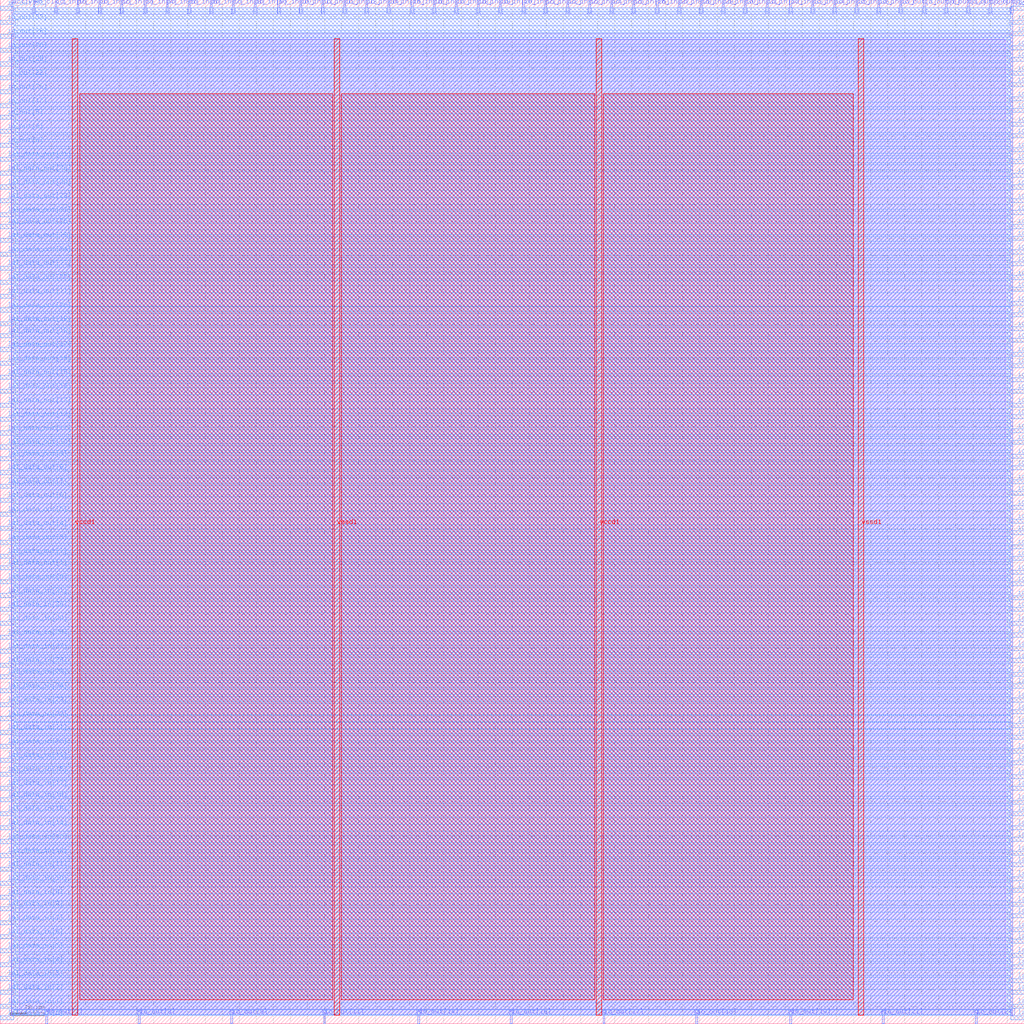
<source format=lef>
VERSION 5.7 ;
  NOWIREEXTENSIONATPIN ON ;
  DIVIDERCHAR "/" ;
  BUSBITCHARS "[]" ;
MACRO wrapped_vgademo_on_fpga
  CLASS BLOCK ;
  FOREIGN wrapped_vgademo_on_fpga ;
  ORIGIN 0.000 0.000 ;
  SIZE 300.000 BY 300.000 ;
  PIN active
    DIRECTION INPUT ;
    USE SIGNAL ;
    PORT
      LAYER met2 ;
        RECT 3.170 296.000 3.730 300.000 ;
    END
  END active
  PIN io_in[0]
    DIRECTION INPUT ;
    USE SIGNAL ;
    PORT
      LAYER met2 ;
        RECT 16.050 296.000 16.610 300.000 ;
    END
  END io_in[0]
  PIN io_in[10]
    DIRECTION INPUT ;
    USE SIGNAL ;
    PORT
      LAYER met2 ;
        RECT 81.370 296.000 81.930 300.000 ;
    END
  END io_in[10]
  PIN io_in[11]
    DIRECTION INPUT ;
    USE SIGNAL ;
    PORT
      LAYER met2 ;
        RECT 87.810 296.000 88.370 300.000 ;
    END
  END io_in[11]
  PIN io_in[12]
    DIRECTION INPUT ;
    USE SIGNAL ;
    PORT
      LAYER met2 ;
        RECT 94.250 296.000 94.810 300.000 ;
    END
  END io_in[12]
  PIN io_in[13]
    DIRECTION INPUT ;
    USE SIGNAL ;
    PORT
      LAYER met2 ;
        RECT 100.690 296.000 101.250 300.000 ;
    END
  END io_in[13]
  PIN io_in[14]
    DIRECTION INPUT ;
    USE SIGNAL ;
    PORT
      LAYER met2 ;
        RECT 107.130 296.000 107.690 300.000 ;
    END
  END io_in[14]
  PIN io_in[15]
    DIRECTION INPUT ;
    USE SIGNAL ;
    PORT
      LAYER met2 ;
        RECT 113.570 296.000 114.130 300.000 ;
    END
  END io_in[15]
  PIN io_in[16]
    DIRECTION INPUT ;
    USE SIGNAL ;
    PORT
      LAYER met2 ;
        RECT 120.470 296.000 121.030 300.000 ;
    END
  END io_in[16]
  PIN io_in[17]
    DIRECTION INPUT ;
    USE SIGNAL ;
    PORT
      LAYER met2 ;
        RECT 126.910 296.000 127.470 300.000 ;
    END
  END io_in[17]
  PIN io_in[18]
    DIRECTION INPUT ;
    USE SIGNAL ;
    PORT
      LAYER met2 ;
        RECT 133.350 296.000 133.910 300.000 ;
    END
  END io_in[18]
  PIN io_in[19]
    DIRECTION INPUT ;
    USE SIGNAL ;
    PORT
      LAYER met2 ;
        RECT 139.790 296.000 140.350 300.000 ;
    END
  END io_in[19]
  PIN io_in[1]
    DIRECTION INPUT ;
    USE SIGNAL ;
    PORT
      LAYER met2 ;
        RECT 22.490 296.000 23.050 300.000 ;
    END
  END io_in[1]
  PIN io_in[20]
    DIRECTION INPUT ;
    USE SIGNAL ;
    PORT
      LAYER met2 ;
        RECT 146.230 296.000 146.790 300.000 ;
    END
  END io_in[20]
  PIN io_in[21]
    DIRECTION INPUT ;
    USE SIGNAL ;
    PORT
      LAYER met2 ;
        RECT 153.130 296.000 153.690 300.000 ;
    END
  END io_in[21]
  PIN io_in[22]
    DIRECTION INPUT ;
    USE SIGNAL ;
    PORT
      LAYER met2 ;
        RECT 159.570 296.000 160.130 300.000 ;
    END
  END io_in[22]
  PIN io_in[23]
    DIRECTION INPUT ;
    USE SIGNAL ;
    PORT
      LAYER met2 ;
        RECT 166.010 296.000 166.570 300.000 ;
    END
  END io_in[23]
  PIN io_in[24]
    DIRECTION INPUT ;
    USE SIGNAL ;
    PORT
      LAYER met2 ;
        RECT 172.450 296.000 173.010 300.000 ;
    END
  END io_in[24]
  PIN io_in[25]
    DIRECTION INPUT ;
    USE SIGNAL ;
    PORT
      LAYER met2 ;
        RECT 178.890 296.000 179.450 300.000 ;
    END
  END io_in[25]
  PIN io_in[26]
    DIRECTION INPUT ;
    USE SIGNAL ;
    PORT
      LAYER met2 ;
        RECT 185.330 296.000 185.890 300.000 ;
    END
  END io_in[26]
  PIN io_in[27]
    DIRECTION INPUT ;
    USE SIGNAL ;
    PORT
      LAYER met2 ;
        RECT 192.230 296.000 192.790 300.000 ;
    END
  END io_in[27]
  PIN io_in[28]
    DIRECTION INPUT ;
    USE SIGNAL ;
    PORT
      LAYER met2 ;
        RECT 198.670 296.000 199.230 300.000 ;
    END
  END io_in[28]
  PIN io_in[29]
    DIRECTION INPUT ;
    USE SIGNAL ;
    PORT
      LAYER met2 ;
        RECT 205.110 296.000 205.670 300.000 ;
    END
  END io_in[29]
  PIN io_in[2]
    DIRECTION INPUT ;
    USE SIGNAL ;
    PORT
      LAYER met2 ;
        RECT 28.930 296.000 29.490 300.000 ;
    END
  END io_in[2]
  PIN io_in[30]
    DIRECTION INPUT ;
    USE SIGNAL ;
    PORT
      LAYER met2 ;
        RECT 211.550 296.000 212.110 300.000 ;
    END
  END io_in[30]
  PIN io_in[31]
    DIRECTION INPUT ;
    USE SIGNAL ;
    PORT
      LAYER met2 ;
        RECT 217.990 296.000 218.550 300.000 ;
    END
  END io_in[31]
  PIN io_in[32]
    DIRECTION INPUT ;
    USE SIGNAL ;
    PORT
      LAYER met2 ;
        RECT 224.430 296.000 224.990 300.000 ;
    END
  END io_in[32]
  PIN io_in[33]
    DIRECTION INPUT ;
    USE SIGNAL ;
    PORT
      LAYER met2 ;
        RECT 231.330 296.000 231.890 300.000 ;
    END
  END io_in[33]
  PIN io_in[34]
    DIRECTION INPUT ;
    USE SIGNAL ;
    PORT
      LAYER met2 ;
        RECT 237.770 296.000 238.330 300.000 ;
    END
  END io_in[34]
  PIN io_in[35]
    DIRECTION INPUT ;
    USE SIGNAL ;
    PORT
      LAYER met2 ;
        RECT 244.210 296.000 244.770 300.000 ;
    END
  END io_in[35]
  PIN io_in[36]
    DIRECTION INPUT ;
    USE SIGNAL ;
    PORT
      LAYER met2 ;
        RECT 250.650 296.000 251.210 300.000 ;
    END
  END io_in[36]
  PIN io_in[37]
    DIRECTION INPUT ;
    USE SIGNAL ;
    PORT
      LAYER met2 ;
        RECT 257.090 296.000 257.650 300.000 ;
    END
  END io_in[37]
  PIN io_in[3]
    DIRECTION INPUT ;
    USE SIGNAL ;
    PORT
      LAYER met2 ;
        RECT 35.370 296.000 35.930 300.000 ;
    END
  END io_in[3]
  PIN io_in[4]
    DIRECTION INPUT ;
    USE SIGNAL ;
    PORT
      LAYER met2 ;
        RECT 42.270 296.000 42.830 300.000 ;
    END
  END io_in[4]
  PIN io_in[5]
    DIRECTION INPUT ;
    USE SIGNAL ;
    PORT
      LAYER met2 ;
        RECT 48.710 296.000 49.270 300.000 ;
    END
  END io_in[5]
  PIN io_in[6]
    DIRECTION INPUT ;
    USE SIGNAL ;
    PORT
      LAYER met2 ;
        RECT 55.150 296.000 55.710 300.000 ;
    END
  END io_in[6]
  PIN io_in[7]
    DIRECTION INPUT ;
    USE SIGNAL ;
    PORT
      LAYER met2 ;
        RECT 61.590 296.000 62.150 300.000 ;
    END
  END io_in[7]
  PIN io_in[8]
    DIRECTION INPUT ;
    USE SIGNAL ;
    PORT
      LAYER met2 ;
        RECT 68.030 296.000 68.590 300.000 ;
    END
  END io_in[8]
  PIN io_in[9]
    DIRECTION INPUT ;
    USE SIGNAL ;
    PORT
      LAYER met2 ;
        RECT 74.470 296.000 75.030 300.000 ;
    END
  END io_in[9]
  PIN io_oeb[0]
    DIRECTION OUTPUT TRISTATE ;
    USE SIGNAL ;
    PORT
      LAYER met3 ;
        RECT 296.000 120.780 300.000 121.980 ;
    END
  END io_oeb[0]
  PIN io_oeb[10]
    DIRECTION OUTPUT TRISTATE ;
    USE SIGNAL ;
    PORT
      LAYER met3 ;
        RECT 296.000 158.180 300.000 159.380 ;
    END
  END io_oeb[10]
  PIN io_oeb[11]
    DIRECTION OUTPUT TRISTATE ;
    USE SIGNAL ;
    PORT
      LAYER met3 ;
        RECT 296.000 162.260 300.000 163.460 ;
    END
  END io_oeb[11]
  PIN io_oeb[12]
    DIRECTION OUTPUT TRISTATE ;
    USE SIGNAL ;
    PORT
      LAYER met3 ;
        RECT 296.000 165.660 300.000 166.860 ;
    END
  END io_oeb[12]
  PIN io_oeb[13]
    DIRECTION OUTPUT TRISTATE ;
    USE SIGNAL ;
    PORT
      LAYER met3 ;
        RECT 296.000 169.740 300.000 170.940 ;
    END
  END io_oeb[13]
  PIN io_oeb[14]
    DIRECTION OUTPUT TRISTATE ;
    USE SIGNAL ;
    PORT
      LAYER met3 ;
        RECT 296.000 173.140 300.000 174.340 ;
    END
  END io_oeb[14]
  PIN io_oeb[15]
    DIRECTION OUTPUT TRISTATE ;
    USE SIGNAL ;
    PORT
      LAYER met3 ;
        RECT 296.000 177.220 300.000 178.420 ;
    END
  END io_oeb[15]
  PIN io_oeb[16]
    DIRECTION OUTPUT TRISTATE ;
    USE SIGNAL ;
    PORT
      LAYER met3 ;
        RECT 296.000 180.620 300.000 181.820 ;
    END
  END io_oeb[16]
  PIN io_oeb[17]
    DIRECTION OUTPUT TRISTATE ;
    USE SIGNAL ;
    PORT
      LAYER met3 ;
        RECT 296.000 184.700 300.000 185.900 ;
    END
  END io_oeb[17]
  PIN io_oeb[18]
    DIRECTION OUTPUT TRISTATE ;
    USE SIGNAL ;
    PORT
      LAYER met3 ;
        RECT 296.000 188.100 300.000 189.300 ;
    END
  END io_oeb[18]
  PIN io_oeb[19]
    DIRECTION OUTPUT TRISTATE ;
    USE SIGNAL ;
    PORT
      LAYER met3 ;
        RECT 296.000 192.180 300.000 193.380 ;
    END
  END io_oeb[19]
  PIN io_oeb[1]
    DIRECTION OUTPUT TRISTATE ;
    USE SIGNAL ;
    PORT
      LAYER met3 ;
        RECT 296.000 124.180 300.000 125.380 ;
    END
  END io_oeb[1]
  PIN io_oeb[20]
    DIRECTION OUTPUT TRISTATE ;
    USE SIGNAL ;
    PORT
      LAYER met3 ;
        RECT 296.000 195.580 300.000 196.780 ;
    END
  END io_oeb[20]
  PIN io_oeb[21]
    DIRECTION OUTPUT TRISTATE ;
    USE SIGNAL ;
    PORT
      LAYER met3 ;
        RECT 296.000 199.660 300.000 200.860 ;
    END
  END io_oeb[21]
  PIN io_oeb[22]
    DIRECTION OUTPUT TRISTATE ;
    USE SIGNAL ;
    PORT
      LAYER met3 ;
        RECT 296.000 203.060 300.000 204.260 ;
    END
  END io_oeb[22]
  PIN io_oeb[23]
    DIRECTION OUTPUT TRISTATE ;
    USE SIGNAL ;
    PORT
      LAYER met3 ;
        RECT 296.000 207.140 300.000 208.340 ;
    END
  END io_oeb[23]
  PIN io_oeb[24]
    DIRECTION OUTPUT TRISTATE ;
    USE SIGNAL ;
    PORT
      LAYER met3 ;
        RECT 296.000 210.540 300.000 211.740 ;
    END
  END io_oeb[24]
  PIN io_oeb[25]
    DIRECTION OUTPUT TRISTATE ;
    USE SIGNAL ;
    PORT
      LAYER met3 ;
        RECT 296.000 214.620 300.000 215.820 ;
    END
  END io_oeb[25]
  PIN io_oeb[26]
    DIRECTION OUTPUT TRISTATE ;
    USE SIGNAL ;
    PORT
      LAYER met3 ;
        RECT 296.000 218.020 300.000 219.220 ;
    END
  END io_oeb[26]
  PIN io_oeb[27]
    DIRECTION OUTPUT TRISTATE ;
    USE SIGNAL ;
    PORT
      LAYER met3 ;
        RECT 296.000 222.100 300.000 223.300 ;
    END
  END io_oeb[27]
  PIN io_oeb[28]
    DIRECTION OUTPUT TRISTATE ;
    USE SIGNAL ;
    PORT
      LAYER met3 ;
        RECT 296.000 225.500 300.000 226.700 ;
    END
  END io_oeb[28]
  PIN io_oeb[29]
    DIRECTION OUTPUT TRISTATE ;
    USE SIGNAL ;
    PORT
      LAYER met3 ;
        RECT 296.000 229.580 300.000 230.780 ;
    END
  END io_oeb[29]
  PIN io_oeb[2]
    DIRECTION OUTPUT TRISTATE ;
    USE SIGNAL ;
    PORT
      LAYER met3 ;
        RECT 296.000 128.260 300.000 129.460 ;
    END
  END io_oeb[2]
  PIN io_oeb[30]
    DIRECTION OUTPUT TRISTATE ;
    USE SIGNAL ;
    PORT
      LAYER met3 ;
        RECT 296.000 232.980 300.000 234.180 ;
    END
  END io_oeb[30]
  PIN io_oeb[31]
    DIRECTION OUTPUT TRISTATE ;
    USE SIGNAL ;
    PORT
      LAYER met3 ;
        RECT 296.000 237.060 300.000 238.260 ;
    END
  END io_oeb[31]
  PIN io_oeb[32]
    DIRECTION OUTPUT TRISTATE ;
    USE SIGNAL ;
    PORT
      LAYER met3 ;
        RECT 296.000 240.460 300.000 241.660 ;
    END
  END io_oeb[32]
  PIN io_oeb[33]
    DIRECTION OUTPUT TRISTATE ;
    USE SIGNAL ;
    PORT
      LAYER met3 ;
        RECT 296.000 244.540 300.000 245.740 ;
    END
  END io_oeb[33]
  PIN io_oeb[34]
    DIRECTION OUTPUT TRISTATE ;
    USE SIGNAL ;
    PORT
      LAYER met3 ;
        RECT 296.000 247.940 300.000 249.140 ;
    END
  END io_oeb[34]
  PIN io_oeb[35]
    DIRECTION OUTPUT TRISTATE ;
    USE SIGNAL ;
    PORT
      LAYER met3 ;
        RECT 296.000 252.020 300.000 253.220 ;
    END
  END io_oeb[35]
  PIN io_oeb[36]
    DIRECTION OUTPUT TRISTATE ;
    USE SIGNAL ;
    PORT
      LAYER met3 ;
        RECT 296.000 255.420 300.000 256.620 ;
    END
  END io_oeb[36]
  PIN io_oeb[37]
    DIRECTION OUTPUT TRISTATE ;
    USE SIGNAL ;
    PORT
      LAYER met3 ;
        RECT 296.000 259.500 300.000 260.700 ;
    END
  END io_oeb[37]
  PIN io_oeb[3]
    DIRECTION OUTPUT TRISTATE ;
    USE SIGNAL ;
    PORT
      LAYER met3 ;
        RECT 296.000 131.660 300.000 132.860 ;
    END
  END io_oeb[3]
  PIN io_oeb[4]
    DIRECTION OUTPUT TRISTATE ;
    USE SIGNAL ;
    PORT
      LAYER met3 ;
        RECT 296.000 135.740 300.000 136.940 ;
    END
  END io_oeb[4]
  PIN io_oeb[5]
    DIRECTION OUTPUT TRISTATE ;
    USE SIGNAL ;
    PORT
      LAYER met3 ;
        RECT 296.000 139.140 300.000 140.340 ;
    END
  END io_oeb[5]
  PIN io_oeb[6]
    DIRECTION OUTPUT TRISTATE ;
    USE SIGNAL ;
    PORT
      LAYER met3 ;
        RECT 296.000 143.220 300.000 144.420 ;
    END
  END io_oeb[6]
  PIN io_oeb[7]
    DIRECTION OUTPUT TRISTATE ;
    USE SIGNAL ;
    PORT
      LAYER met3 ;
        RECT 296.000 146.620 300.000 147.820 ;
    END
  END io_oeb[7]
  PIN io_oeb[8]
    DIRECTION OUTPUT TRISTATE ;
    USE SIGNAL ;
    PORT
      LAYER met3 ;
        RECT 296.000 150.700 300.000 151.900 ;
    END
  END io_oeb[8]
  PIN io_oeb[9]
    DIRECTION OUTPUT TRISTATE ;
    USE SIGNAL ;
    PORT
      LAYER met3 ;
        RECT 296.000 154.780 300.000 155.980 ;
    END
  END io_oeb[9]
  PIN io_out[0]
    DIRECTION OUTPUT TRISTATE ;
    USE SIGNAL ;
    PORT
      LAYER met3 ;
        RECT 0.000 256.780 4.000 257.980 ;
    END
  END io_out[0]
  PIN io_out[10]
    DIRECTION OUTPUT TRISTATE ;
    USE SIGNAL ;
    PORT
      LAYER met3 ;
        RECT 296.000 270.380 300.000 271.580 ;
    END
  END io_out[10]
  PIN io_out[11]
    DIRECTION OUTPUT TRISTATE ;
    USE SIGNAL ;
    PORT
      LAYER met2 ;
        RECT 94.710 0.000 95.270 4.000 ;
    END
  END io_out[11]
  PIN io_out[12]
    DIRECTION OUTPUT TRISTATE ;
    USE SIGNAL ;
    PORT
      LAYER met2 ;
        RECT 276.870 296.000 277.430 300.000 ;
    END
  END io_out[12]
  PIN io_out[13]
    DIRECTION OUTPUT TRISTATE ;
    USE SIGNAL ;
    PORT
      LAYER met3 ;
        RECT 0.000 268.340 4.000 269.540 ;
    END
  END io_out[13]
  PIN io_out[14]
    DIRECTION OUTPUT TRISTATE ;
    USE SIGNAL ;
    PORT
      LAYER met2 ;
        RECT 122.310 0.000 122.870 4.000 ;
    END
  END io_out[14]
  PIN io_out[15]
    DIRECTION OUTPUT TRISTATE ;
    USE SIGNAL ;
    PORT
      LAYER met3 ;
        RECT 296.000 274.460 300.000 275.660 ;
    END
  END io_out[15]
  PIN io_out[16]
    DIRECTION OUTPUT TRISTATE ;
    USE SIGNAL ;
    PORT
      LAYER met2 ;
        RECT 149.450 0.000 150.010 4.000 ;
    END
  END io_out[16]
  PIN io_out[17]
    DIRECTION OUTPUT TRISTATE ;
    USE SIGNAL ;
    PORT
      LAYER met2 ;
        RECT 176.590 0.000 177.150 4.000 ;
    END
  END io_out[17]
  PIN io_out[18]
    DIRECTION OUTPUT TRISTATE ;
    USE SIGNAL ;
    PORT
      LAYER met2 ;
        RECT 203.730 0.000 204.290 4.000 ;
    END
  END io_out[18]
  PIN io_out[19]
    DIRECTION OUTPUT TRISTATE ;
    USE SIGNAL ;
    PORT
      LAYER met2 ;
        RECT 231.330 0.000 231.890 4.000 ;
    END
  END io_out[19]
  PIN io_out[1]
    DIRECTION OUTPUT TRISTATE ;
    USE SIGNAL ;
    PORT
      LAYER met2 ;
        RECT 13.290 0.000 13.850 4.000 ;
    END
  END io_out[1]
  PIN io_out[20]
    DIRECTION OUTPUT TRISTATE ;
    USE SIGNAL ;
    PORT
      LAYER met3 ;
        RECT 0.000 272.420 4.000 273.620 ;
    END
  END io_out[20]
  PIN io_out[21]
    DIRECTION OUTPUT TRISTATE ;
    USE SIGNAL ;
    PORT
      LAYER met2 ;
        RECT 258.470 0.000 259.030 4.000 ;
    END
  END io_out[21]
  PIN io_out[22]
    DIRECTION OUTPUT TRISTATE ;
    USE SIGNAL ;
    PORT
      LAYER met3 ;
        RECT 0.000 276.500 4.000 277.700 ;
    END
  END io_out[22]
  PIN io_out[23]
    DIRECTION OUTPUT TRISTATE ;
    USE SIGNAL ;
    PORT
      LAYER met3 ;
        RECT 296.000 277.860 300.000 279.060 ;
    END
  END io_out[23]
  PIN io_out[24]
    DIRECTION OUTPUT TRISTATE ;
    USE SIGNAL ;
    PORT
      LAYER met2 ;
        RECT 285.610 0.000 286.170 4.000 ;
    END
  END io_out[24]
  PIN io_out[25]
    DIRECTION OUTPUT TRISTATE ;
    USE SIGNAL ;
    PORT
      LAYER met3 ;
        RECT 0.000 280.580 4.000 281.780 ;
    END
  END io_out[25]
  PIN io_out[26]
    DIRECTION OUTPUT TRISTATE ;
    USE SIGNAL ;
    PORT
      LAYER met3 ;
        RECT 0.000 284.660 4.000 285.860 ;
    END
  END io_out[26]
  PIN io_out[27]
    DIRECTION OUTPUT TRISTATE ;
    USE SIGNAL ;
    PORT
      LAYER met3 ;
        RECT 296.000 281.940 300.000 283.140 ;
    END
  END io_out[27]
  PIN io_out[28]
    DIRECTION OUTPUT TRISTATE ;
    USE SIGNAL ;
    PORT
      LAYER met3 ;
        RECT 0.000 288.740 4.000 289.940 ;
    END
  END io_out[28]
  PIN io_out[29]
    DIRECTION OUTPUT TRISTATE ;
    USE SIGNAL ;
    PORT
      LAYER met3 ;
        RECT 296.000 285.340 300.000 286.540 ;
    END
  END io_out[29]
  PIN io_out[2]
    DIRECTION OUTPUT TRISTATE ;
    USE SIGNAL ;
    PORT
      LAYER met3 ;
        RECT 296.000 262.900 300.000 264.100 ;
    END
  END io_out[2]
  PIN io_out[30]
    DIRECTION OUTPUT TRISTATE ;
    USE SIGNAL ;
    PORT
      LAYER met2 ;
        RECT 283.310 296.000 283.870 300.000 ;
    END
  END io_out[30]
  PIN io_out[31]
    DIRECTION OUTPUT TRISTATE ;
    USE SIGNAL ;
    PORT
      LAYER met3 ;
        RECT 296.000 289.420 300.000 290.620 ;
    END
  END io_out[31]
  PIN io_out[32]
    DIRECTION OUTPUT TRISTATE ;
    USE SIGNAL ;
    PORT
      LAYER met3 ;
        RECT 0.000 292.820 4.000 294.020 ;
    END
  END io_out[32]
  PIN io_out[33]
    DIRECTION OUTPUT TRISTATE ;
    USE SIGNAL ;
    PORT
      LAYER met3 ;
        RECT 0.000 296.900 4.000 298.100 ;
    END
  END io_out[33]
  PIN io_out[34]
    DIRECTION OUTPUT TRISTATE ;
    USE SIGNAL ;
    PORT
      LAYER met2 ;
        RECT 289.750 296.000 290.310 300.000 ;
    END
  END io_out[34]
  PIN io_out[35]
    DIRECTION OUTPUT TRISTATE ;
    USE SIGNAL ;
    PORT
      LAYER met3 ;
        RECT 296.000 292.820 300.000 294.020 ;
    END
  END io_out[35]
  PIN io_out[36]
    DIRECTION OUTPUT TRISTATE ;
    USE SIGNAL ;
    PORT
      LAYER met3 ;
        RECT 296.000 296.900 300.000 298.100 ;
    END
  END io_out[36]
  PIN io_out[37]
    DIRECTION OUTPUT TRISTATE ;
    USE SIGNAL ;
    PORT
      LAYER met2 ;
        RECT 296.190 296.000 296.750 300.000 ;
    END
  END io_out[37]
  PIN io_out[3]
    DIRECTION OUTPUT TRISTATE ;
    USE SIGNAL ;
    PORT
      LAYER met2 ;
        RECT 263.530 296.000 264.090 300.000 ;
    END
  END io_out[3]
  PIN io_out[4]
    DIRECTION OUTPUT TRISTATE ;
    USE SIGNAL ;
    PORT
      LAYER met3 ;
        RECT 0.000 260.860 4.000 262.060 ;
    END
  END io_out[4]
  PIN io_out[5]
    DIRECTION OUTPUT TRISTATE ;
    USE SIGNAL ;
    PORT
      LAYER met3 ;
        RECT 0.000 264.940 4.000 266.140 ;
    END
  END io_out[5]
  PIN io_out[6]
    DIRECTION OUTPUT TRISTATE ;
    USE SIGNAL ;
    PORT
      LAYER met2 ;
        RECT 270.430 296.000 270.990 300.000 ;
    END
  END io_out[6]
  PIN io_out[7]
    DIRECTION OUTPUT TRISTATE ;
    USE SIGNAL ;
    PORT
      LAYER met3 ;
        RECT 296.000 266.980 300.000 268.180 ;
    END
  END io_out[7]
  PIN io_out[8]
    DIRECTION OUTPUT TRISTATE ;
    USE SIGNAL ;
    PORT
      LAYER met2 ;
        RECT 40.430 0.000 40.990 4.000 ;
    END
  END io_out[8]
  PIN io_out[9]
    DIRECTION OUTPUT TRISTATE ;
    USE SIGNAL ;
    PORT
      LAYER met2 ;
        RECT 67.570 0.000 68.130 4.000 ;
    END
  END io_out[9]
  PIN la1_data_in[0]
    DIRECTION INPUT ;
    USE SIGNAL ;
    PORT
      LAYER met3 ;
        RECT 0.000 1.100 4.000 2.300 ;
    END
  END la1_data_in[0]
  PIN la1_data_in[10]
    DIRECTION INPUT ;
    USE SIGNAL ;
    PORT
      LAYER met3 ;
        RECT 0.000 40.540 4.000 41.740 ;
    END
  END la1_data_in[10]
  PIN la1_data_in[11]
    DIRECTION INPUT ;
    USE SIGNAL ;
    PORT
      LAYER met3 ;
        RECT 0.000 44.620 4.000 45.820 ;
    END
  END la1_data_in[11]
  PIN la1_data_in[12]
    DIRECTION INPUT ;
    USE SIGNAL ;
    PORT
      LAYER met3 ;
        RECT 0.000 48.700 4.000 49.900 ;
    END
  END la1_data_in[12]
  PIN la1_data_in[13]
    DIRECTION INPUT ;
    USE SIGNAL ;
    PORT
      LAYER met3 ;
        RECT 0.000 52.780 4.000 53.980 ;
    END
  END la1_data_in[13]
  PIN la1_data_in[14]
    DIRECTION INPUT ;
    USE SIGNAL ;
    PORT
      LAYER met3 ;
        RECT 0.000 56.860 4.000 58.060 ;
    END
  END la1_data_in[14]
  PIN la1_data_in[15]
    DIRECTION INPUT ;
    USE SIGNAL ;
    PORT
      LAYER met3 ;
        RECT 0.000 60.940 4.000 62.140 ;
    END
  END la1_data_in[15]
  PIN la1_data_in[16]
    DIRECTION INPUT ;
    USE SIGNAL ;
    PORT
      LAYER met3 ;
        RECT 0.000 65.020 4.000 66.220 ;
    END
  END la1_data_in[16]
  PIN la1_data_in[17]
    DIRECTION INPUT ;
    USE SIGNAL ;
    PORT
      LAYER met3 ;
        RECT 0.000 68.420 4.000 69.620 ;
    END
  END la1_data_in[17]
  PIN la1_data_in[18]
    DIRECTION INPUT ;
    USE SIGNAL ;
    PORT
      LAYER met3 ;
        RECT 0.000 72.500 4.000 73.700 ;
    END
  END la1_data_in[18]
  PIN la1_data_in[19]
    DIRECTION INPUT ;
    USE SIGNAL ;
    PORT
      LAYER met3 ;
        RECT 0.000 76.580 4.000 77.780 ;
    END
  END la1_data_in[19]
  PIN la1_data_in[1]
    DIRECTION INPUT ;
    USE SIGNAL ;
    PORT
      LAYER met3 ;
        RECT 0.000 4.500 4.000 5.700 ;
    END
  END la1_data_in[1]
  PIN la1_data_in[20]
    DIRECTION INPUT ;
    USE SIGNAL ;
    PORT
      LAYER met3 ;
        RECT 0.000 80.660 4.000 81.860 ;
    END
  END la1_data_in[20]
  PIN la1_data_in[21]
    DIRECTION INPUT ;
    USE SIGNAL ;
    PORT
      LAYER met3 ;
        RECT 0.000 84.740 4.000 85.940 ;
    END
  END la1_data_in[21]
  PIN la1_data_in[22]
    DIRECTION INPUT ;
    USE SIGNAL ;
    PORT
      LAYER met3 ;
        RECT 0.000 88.820 4.000 90.020 ;
    END
  END la1_data_in[22]
  PIN la1_data_in[23]
    DIRECTION INPUT ;
    USE SIGNAL ;
    PORT
      LAYER met3 ;
        RECT 0.000 92.900 4.000 94.100 ;
    END
  END la1_data_in[23]
  PIN la1_data_in[24]
    DIRECTION INPUT ;
    USE SIGNAL ;
    PORT
      LAYER met3 ;
        RECT 0.000 96.980 4.000 98.180 ;
    END
  END la1_data_in[24]
  PIN la1_data_in[25]
    DIRECTION INPUT ;
    USE SIGNAL ;
    PORT
      LAYER met3 ;
        RECT 0.000 101.060 4.000 102.260 ;
    END
  END la1_data_in[25]
  PIN la1_data_in[26]
    DIRECTION INPUT ;
    USE SIGNAL ;
    PORT
      LAYER met3 ;
        RECT 0.000 104.460 4.000 105.660 ;
    END
  END la1_data_in[26]
  PIN la1_data_in[27]
    DIRECTION INPUT ;
    USE SIGNAL ;
    PORT
      LAYER met3 ;
        RECT 0.000 108.540 4.000 109.740 ;
    END
  END la1_data_in[27]
  PIN la1_data_in[28]
    DIRECTION INPUT ;
    USE SIGNAL ;
    PORT
      LAYER met3 ;
        RECT 0.000 112.620 4.000 113.820 ;
    END
  END la1_data_in[28]
  PIN la1_data_in[29]
    DIRECTION INPUT ;
    USE SIGNAL ;
    PORT
      LAYER met3 ;
        RECT 0.000 116.700 4.000 117.900 ;
    END
  END la1_data_in[29]
  PIN la1_data_in[2]
    DIRECTION INPUT ;
    USE SIGNAL ;
    PORT
      LAYER met3 ;
        RECT 0.000 8.580 4.000 9.780 ;
    END
  END la1_data_in[2]
  PIN la1_data_in[30]
    DIRECTION INPUT ;
    USE SIGNAL ;
    PORT
      LAYER met3 ;
        RECT 0.000 120.780 4.000 121.980 ;
    END
  END la1_data_in[30]
  PIN la1_data_in[31]
    DIRECTION INPUT ;
    USE SIGNAL ;
    PORT
      LAYER met3 ;
        RECT 0.000 124.860 4.000 126.060 ;
    END
  END la1_data_in[31]
  PIN la1_data_in[3]
    DIRECTION INPUT ;
    USE SIGNAL ;
    PORT
      LAYER met3 ;
        RECT 0.000 12.660 4.000 13.860 ;
    END
  END la1_data_in[3]
  PIN la1_data_in[4]
    DIRECTION INPUT ;
    USE SIGNAL ;
    PORT
      LAYER met3 ;
        RECT 0.000 16.740 4.000 17.940 ;
    END
  END la1_data_in[4]
  PIN la1_data_in[5]
    DIRECTION INPUT ;
    USE SIGNAL ;
    PORT
      LAYER met3 ;
        RECT 0.000 20.820 4.000 22.020 ;
    END
  END la1_data_in[5]
  PIN la1_data_in[6]
    DIRECTION INPUT ;
    USE SIGNAL ;
    PORT
      LAYER met3 ;
        RECT 0.000 24.900 4.000 26.100 ;
    END
  END la1_data_in[6]
  PIN la1_data_in[7]
    DIRECTION INPUT ;
    USE SIGNAL ;
    PORT
      LAYER met3 ;
        RECT 0.000 28.980 4.000 30.180 ;
    END
  END la1_data_in[7]
  PIN la1_data_in[8]
    DIRECTION INPUT ;
    USE SIGNAL ;
    PORT
      LAYER met3 ;
        RECT 0.000 33.060 4.000 34.260 ;
    END
  END la1_data_in[8]
  PIN la1_data_in[9]
    DIRECTION INPUT ;
    USE SIGNAL ;
    PORT
      LAYER met3 ;
        RECT 0.000 36.460 4.000 37.660 ;
    END
  END la1_data_in[9]
  PIN la1_data_out[0]
    DIRECTION OUTPUT TRISTATE ;
    USE SIGNAL ;
    PORT
      LAYER met3 ;
        RECT 0.000 128.940 4.000 130.140 ;
    END
  END la1_data_out[0]
  PIN la1_data_out[10]
    DIRECTION OUTPUT TRISTATE ;
    USE SIGNAL ;
    PORT
      LAYER met3 ;
        RECT 0.000 168.380 4.000 169.580 ;
    END
  END la1_data_out[10]
  PIN la1_data_out[11]
    DIRECTION OUTPUT TRISTATE ;
    USE SIGNAL ;
    PORT
      LAYER met3 ;
        RECT 0.000 172.460 4.000 173.660 ;
    END
  END la1_data_out[11]
  PIN la1_data_out[12]
    DIRECTION OUTPUT TRISTATE ;
    USE SIGNAL ;
    PORT
      LAYER met3 ;
        RECT 0.000 176.540 4.000 177.740 ;
    END
  END la1_data_out[12]
  PIN la1_data_out[13]
    DIRECTION OUTPUT TRISTATE ;
    USE SIGNAL ;
    PORT
      LAYER met3 ;
        RECT 0.000 180.620 4.000 181.820 ;
    END
  END la1_data_out[13]
  PIN la1_data_out[14]
    DIRECTION OUTPUT TRISTATE ;
    USE SIGNAL ;
    PORT
      LAYER met3 ;
        RECT 0.000 184.700 4.000 185.900 ;
    END
  END la1_data_out[14]
  PIN la1_data_out[15]
    DIRECTION OUTPUT TRISTATE ;
    USE SIGNAL ;
    PORT
      LAYER met3 ;
        RECT 0.000 188.780 4.000 189.980 ;
    END
  END la1_data_out[15]
  PIN la1_data_out[16]
    DIRECTION OUTPUT TRISTATE ;
    USE SIGNAL ;
    PORT
      LAYER met3 ;
        RECT 0.000 192.860 4.000 194.060 ;
    END
  END la1_data_out[16]
  PIN la1_data_out[17]
    DIRECTION OUTPUT TRISTATE ;
    USE SIGNAL ;
    PORT
      LAYER met3 ;
        RECT 0.000 196.940 4.000 198.140 ;
    END
  END la1_data_out[17]
  PIN la1_data_out[18]
    DIRECTION OUTPUT TRISTATE ;
    USE SIGNAL ;
    PORT
      LAYER met3 ;
        RECT 0.000 201.020 4.000 202.220 ;
    END
  END la1_data_out[18]
  PIN la1_data_out[19]
    DIRECTION OUTPUT TRISTATE ;
    USE SIGNAL ;
    PORT
      LAYER met3 ;
        RECT 0.000 204.420 4.000 205.620 ;
    END
  END la1_data_out[19]
  PIN la1_data_out[1]
    DIRECTION OUTPUT TRISTATE ;
    USE SIGNAL ;
    PORT
      LAYER met3 ;
        RECT 0.000 133.020 4.000 134.220 ;
    END
  END la1_data_out[1]
  PIN la1_data_out[20]
    DIRECTION OUTPUT TRISTATE ;
    USE SIGNAL ;
    PORT
      LAYER met3 ;
        RECT 0.000 208.500 4.000 209.700 ;
    END
  END la1_data_out[20]
  PIN la1_data_out[21]
    DIRECTION OUTPUT TRISTATE ;
    USE SIGNAL ;
    PORT
      LAYER met3 ;
        RECT 0.000 212.580 4.000 213.780 ;
    END
  END la1_data_out[21]
  PIN la1_data_out[22]
    DIRECTION OUTPUT TRISTATE ;
    USE SIGNAL ;
    PORT
      LAYER met3 ;
        RECT 0.000 216.660 4.000 217.860 ;
    END
  END la1_data_out[22]
  PIN la1_data_out[23]
    DIRECTION OUTPUT TRISTATE ;
    USE SIGNAL ;
    PORT
      LAYER met3 ;
        RECT 0.000 220.740 4.000 221.940 ;
    END
  END la1_data_out[23]
  PIN la1_data_out[24]
    DIRECTION OUTPUT TRISTATE ;
    USE SIGNAL ;
    PORT
      LAYER met3 ;
        RECT 0.000 224.820 4.000 226.020 ;
    END
  END la1_data_out[24]
  PIN la1_data_out[25]
    DIRECTION OUTPUT TRISTATE ;
    USE SIGNAL ;
    PORT
      LAYER met3 ;
        RECT 0.000 228.900 4.000 230.100 ;
    END
  END la1_data_out[25]
  PIN la1_data_out[26]
    DIRECTION OUTPUT TRISTATE ;
    USE SIGNAL ;
    PORT
      LAYER met3 ;
        RECT 0.000 232.980 4.000 234.180 ;
    END
  END la1_data_out[26]
  PIN la1_data_out[27]
    DIRECTION OUTPUT TRISTATE ;
    USE SIGNAL ;
    PORT
      LAYER met3 ;
        RECT 0.000 236.380 4.000 237.580 ;
    END
  END la1_data_out[27]
  PIN la1_data_out[28]
    DIRECTION OUTPUT TRISTATE ;
    USE SIGNAL ;
    PORT
      LAYER met3 ;
        RECT 0.000 240.460 4.000 241.660 ;
    END
  END la1_data_out[28]
  PIN la1_data_out[29]
    DIRECTION OUTPUT TRISTATE ;
    USE SIGNAL ;
    PORT
      LAYER met3 ;
        RECT 0.000 244.540 4.000 245.740 ;
    END
  END la1_data_out[29]
  PIN la1_data_out[2]
    DIRECTION OUTPUT TRISTATE ;
    USE SIGNAL ;
    PORT
      LAYER met3 ;
        RECT 0.000 136.420 4.000 137.620 ;
    END
  END la1_data_out[2]
  PIN la1_data_out[30]
    DIRECTION OUTPUT TRISTATE ;
    USE SIGNAL ;
    PORT
      LAYER met3 ;
        RECT 0.000 248.620 4.000 249.820 ;
    END
  END la1_data_out[30]
  PIN la1_data_out[31]
    DIRECTION OUTPUT TRISTATE ;
    USE SIGNAL ;
    PORT
      LAYER met3 ;
        RECT 0.000 252.700 4.000 253.900 ;
    END
  END la1_data_out[31]
  PIN la1_data_out[3]
    DIRECTION OUTPUT TRISTATE ;
    USE SIGNAL ;
    PORT
      LAYER met3 ;
        RECT 0.000 140.500 4.000 141.700 ;
    END
  END la1_data_out[3]
  PIN la1_data_out[4]
    DIRECTION OUTPUT TRISTATE ;
    USE SIGNAL ;
    PORT
      LAYER met3 ;
        RECT 0.000 144.580 4.000 145.780 ;
    END
  END la1_data_out[4]
  PIN la1_data_out[5]
    DIRECTION OUTPUT TRISTATE ;
    USE SIGNAL ;
    PORT
      LAYER met3 ;
        RECT 0.000 148.660 4.000 149.860 ;
    END
  END la1_data_out[5]
  PIN la1_data_out[6]
    DIRECTION OUTPUT TRISTATE ;
    USE SIGNAL ;
    PORT
      LAYER met3 ;
        RECT 0.000 152.740 4.000 153.940 ;
    END
  END la1_data_out[6]
  PIN la1_data_out[7]
    DIRECTION OUTPUT TRISTATE ;
    USE SIGNAL ;
    PORT
      LAYER met3 ;
        RECT 0.000 156.820 4.000 158.020 ;
    END
  END la1_data_out[7]
  PIN la1_data_out[8]
    DIRECTION OUTPUT TRISTATE ;
    USE SIGNAL ;
    PORT
      LAYER met3 ;
        RECT 0.000 160.900 4.000 162.100 ;
    END
  END la1_data_out[8]
  PIN la1_data_out[9]
    DIRECTION OUTPUT TRISTATE ;
    USE SIGNAL ;
    PORT
      LAYER met3 ;
        RECT 0.000 164.980 4.000 166.180 ;
    END
  END la1_data_out[9]
  PIN la1_oenb[0]
    DIRECTION INPUT ;
    USE SIGNAL ;
    PORT
      LAYER met3 ;
        RECT 296.000 1.100 300.000 2.300 ;
    END
  END la1_oenb[0]
  PIN la1_oenb[10]
    DIRECTION INPUT ;
    USE SIGNAL ;
    PORT
      LAYER met3 ;
        RECT 296.000 38.500 300.000 39.700 ;
    END
  END la1_oenb[10]
  PIN la1_oenb[11]
    DIRECTION INPUT ;
    USE SIGNAL ;
    PORT
      LAYER met3 ;
        RECT 296.000 41.900 300.000 43.100 ;
    END
  END la1_oenb[11]
  PIN la1_oenb[12]
    DIRECTION INPUT ;
    USE SIGNAL ;
    PORT
      LAYER met3 ;
        RECT 296.000 45.980 300.000 47.180 ;
    END
  END la1_oenb[12]
  PIN la1_oenb[13]
    DIRECTION INPUT ;
    USE SIGNAL ;
    PORT
      LAYER met3 ;
        RECT 296.000 49.380 300.000 50.580 ;
    END
  END la1_oenb[13]
  PIN la1_oenb[14]
    DIRECTION INPUT ;
    USE SIGNAL ;
    PORT
      LAYER met3 ;
        RECT 296.000 53.460 300.000 54.660 ;
    END
  END la1_oenb[14]
  PIN la1_oenb[15]
    DIRECTION INPUT ;
    USE SIGNAL ;
    PORT
      LAYER met3 ;
        RECT 296.000 56.860 300.000 58.060 ;
    END
  END la1_oenb[15]
  PIN la1_oenb[16]
    DIRECTION INPUT ;
    USE SIGNAL ;
    PORT
      LAYER met3 ;
        RECT 296.000 60.940 300.000 62.140 ;
    END
  END la1_oenb[16]
  PIN la1_oenb[17]
    DIRECTION INPUT ;
    USE SIGNAL ;
    PORT
      LAYER met3 ;
        RECT 296.000 64.340 300.000 65.540 ;
    END
  END la1_oenb[17]
  PIN la1_oenb[18]
    DIRECTION INPUT ;
    USE SIGNAL ;
    PORT
      LAYER met3 ;
        RECT 296.000 68.420 300.000 69.620 ;
    END
  END la1_oenb[18]
  PIN la1_oenb[19]
    DIRECTION INPUT ;
    USE SIGNAL ;
    PORT
      LAYER met3 ;
        RECT 296.000 71.820 300.000 73.020 ;
    END
  END la1_oenb[19]
  PIN la1_oenb[1]
    DIRECTION INPUT ;
    USE SIGNAL ;
    PORT
      LAYER met3 ;
        RECT 296.000 4.500 300.000 5.700 ;
    END
  END la1_oenb[1]
  PIN la1_oenb[20]
    DIRECTION INPUT ;
    USE SIGNAL ;
    PORT
      LAYER met3 ;
        RECT 296.000 75.900 300.000 77.100 ;
    END
  END la1_oenb[20]
  PIN la1_oenb[21]
    DIRECTION INPUT ;
    USE SIGNAL ;
    PORT
      LAYER met3 ;
        RECT 296.000 79.300 300.000 80.500 ;
    END
  END la1_oenb[21]
  PIN la1_oenb[22]
    DIRECTION INPUT ;
    USE SIGNAL ;
    PORT
      LAYER met3 ;
        RECT 296.000 83.380 300.000 84.580 ;
    END
  END la1_oenb[22]
  PIN la1_oenb[23]
    DIRECTION INPUT ;
    USE SIGNAL ;
    PORT
      LAYER met3 ;
        RECT 296.000 86.780 300.000 87.980 ;
    END
  END la1_oenb[23]
  PIN la1_oenb[24]
    DIRECTION INPUT ;
    USE SIGNAL ;
    PORT
      LAYER met3 ;
        RECT 296.000 90.860 300.000 92.060 ;
    END
  END la1_oenb[24]
  PIN la1_oenb[25]
    DIRECTION INPUT ;
    USE SIGNAL ;
    PORT
      LAYER met3 ;
        RECT 296.000 94.260 300.000 95.460 ;
    END
  END la1_oenb[25]
  PIN la1_oenb[26]
    DIRECTION INPUT ;
    USE SIGNAL ;
    PORT
      LAYER met3 ;
        RECT 296.000 98.340 300.000 99.540 ;
    END
  END la1_oenb[26]
  PIN la1_oenb[27]
    DIRECTION INPUT ;
    USE SIGNAL ;
    PORT
      LAYER met3 ;
        RECT 296.000 101.740 300.000 102.940 ;
    END
  END la1_oenb[27]
  PIN la1_oenb[28]
    DIRECTION INPUT ;
    USE SIGNAL ;
    PORT
      LAYER met3 ;
        RECT 296.000 105.820 300.000 107.020 ;
    END
  END la1_oenb[28]
  PIN la1_oenb[29]
    DIRECTION INPUT ;
    USE SIGNAL ;
    PORT
      LAYER met3 ;
        RECT 296.000 109.220 300.000 110.420 ;
    END
  END la1_oenb[29]
  PIN la1_oenb[2]
    DIRECTION INPUT ;
    USE SIGNAL ;
    PORT
      LAYER met3 ;
        RECT 296.000 8.580 300.000 9.780 ;
    END
  END la1_oenb[2]
  PIN la1_oenb[30]
    DIRECTION INPUT ;
    USE SIGNAL ;
    PORT
      LAYER met3 ;
        RECT 296.000 113.300 300.000 114.500 ;
    END
  END la1_oenb[30]
  PIN la1_oenb[31]
    DIRECTION INPUT ;
    USE SIGNAL ;
    PORT
      LAYER met3 ;
        RECT 296.000 116.700 300.000 117.900 ;
    END
  END la1_oenb[31]
  PIN la1_oenb[3]
    DIRECTION INPUT ;
    USE SIGNAL ;
    PORT
      LAYER met3 ;
        RECT 296.000 11.980 300.000 13.180 ;
    END
  END la1_oenb[3]
  PIN la1_oenb[4]
    DIRECTION INPUT ;
    USE SIGNAL ;
    PORT
      LAYER met3 ;
        RECT 296.000 16.060 300.000 17.260 ;
    END
  END la1_oenb[4]
  PIN la1_oenb[5]
    DIRECTION INPUT ;
    USE SIGNAL ;
    PORT
      LAYER met3 ;
        RECT 296.000 19.460 300.000 20.660 ;
    END
  END la1_oenb[5]
  PIN la1_oenb[6]
    DIRECTION INPUT ;
    USE SIGNAL ;
    PORT
      LAYER met3 ;
        RECT 296.000 23.540 300.000 24.740 ;
    END
  END la1_oenb[6]
  PIN la1_oenb[7]
    DIRECTION INPUT ;
    USE SIGNAL ;
    PORT
      LAYER met3 ;
        RECT 296.000 26.940 300.000 28.140 ;
    END
  END la1_oenb[7]
  PIN la1_oenb[8]
    DIRECTION INPUT ;
    USE SIGNAL ;
    PORT
      LAYER met3 ;
        RECT 296.000 31.020 300.000 32.220 ;
    END
  END la1_oenb[8]
  PIN la1_oenb[9]
    DIRECTION INPUT ;
    USE SIGNAL ;
    PORT
      LAYER met3 ;
        RECT 296.000 34.420 300.000 35.620 ;
    END
  END la1_oenb[9]
  PIN vccd1
    DIRECTION INPUT ;
    USE POWER ;
    PORT
      LAYER met4 ;
        RECT 21.040 2.480 22.640 288.560 ;
    END
    PORT
      LAYER met4 ;
        RECT 174.640 2.480 176.240 288.560 ;
    END
  END vccd1
  PIN vssd1
    DIRECTION INPUT ;
    USE GROUND ;
    PORT
      LAYER met4 ;
        RECT 97.840 2.480 99.440 288.560 ;
    END
    PORT
      LAYER met4 ;
        RECT 251.440 2.480 253.040 288.560 ;
    END
  END vssd1
  PIN wb_clk_i
    DIRECTION INPUT ;
    USE SIGNAL ;
    PORT
      LAYER met2 ;
        RECT 9.610 296.000 10.170 300.000 ;
    END
  END wb_clk_i
  OBS
      LAYER li1 ;
        RECT 5.520 2.635 294.400 288.405 ;
      LAYER met1 ;
        RECT 3.290 2.480 296.630 289.980 ;
      LAYER met2 ;
        RECT 4.010 295.720 9.330 297.685 ;
        RECT 10.450 295.720 15.770 297.685 ;
        RECT 16.890 295.720 22.210 297.685 ;
        RECT 23.330 295.720 28.650 297.685 ;
        RECT 29.770 295.720 35.090 297.685 ;
        RECT 36.210 295.720 41.990 297.685 ;
        RECT 43.110 295.720 48.430 297.685 ;
        RECT 49.550 295.720 54.870 297.685 ;
        RECT 55.990 295.720 61.310 297.685 ;
        RECT 62.430 295.720 67.750 297.685 ;
        RECT 68.870 295.720 74.190 297.685 ;
        RECT 75.310 295.720 81.090 297.685 ;
        RECT 82.210 295.720 87.530 297.685 ;
        RECT 88.650 295.720 93.970 297.685 ;
        RECT 95.090 295.720 100.410 297.685 ;
        RECT 101.530 295.720 106.850 297.685 ;
        RECT 107.970 295.720 113.290 297.685 ;
        RECT 114.410 295.720 120.190 297.685 ;
        RECT 121.310 295.720 126.630 297.685 ;
        RECT 127.750 295.720 133.070 297.685 ;
        RECT 134.190 295.720 139.510 297.685 ;
        RECT 140.630 295.720 145.950 297.685 ;
        RECT 147.070 295.720 152.850 297.685 ;
        RECT 153.970 295.720 159.290 297.685 ;
        RECT 160.410 295.720 165.730 297.685 ;
        RECT 166.850 295.720 172.170 297.685 ;
        RECT 173.290 295.720 178.610 297.685 ;
        RECT 179.730 295.720 185.050 297.685 ;
        RECT 186.170 295.720 191.950 297.685 ;
        RECT 193.070 295.720 198.390 297.685 ;
        RECT 199.510 295.720 204.830 297.685 ;
        RECT 205.950 295.720 211.270 297.685 ;
        RECT 212.390 295.720 217.710 297.685 ;
        RECT 218.830 295.720 224.150 297.685 ;
        RECT 225.270 295.720 231.050 297.685 ;
        RECT 232.170 295.720 237.490 297.685 ;
        RECT 238.610 295.720 243.930 297.685 ;
        RECT 245.050 295.720 250.370 297.685 ;
        RECT 251.490 295.720 256.810 297.685 ;
        RECT 257.930 295.720 263.250 297.685 ;
        RECT 264.370 295.720 270.150 297.685 ;
        RECT 271.270 295.720 276.590 297.685 ;
        RECT 277.710 295.720 283.030 297.685 ;
        RECT 284.150 295.720 289.470 297.685 ;
        RECT 290.590 295.720 295.910 297.685 ;
        RECT 3.320 4.280 296.600 295.720 ;
        RECT 3.320 2.480 13.010 4.280 ;
        RECT 14.130 2.480 40.150 4.280 ;
        RECT 41.270 2.480 67.290 4.280 ;
        RECT 68.410 2.480 94.430 4.280 ;
        RECT 95.550 2.480 122.030 4.280 ;
        RECT 123.150 2.480 149.170 4.280 ;
        RECT 150.290 2.480 176.310 4.280 ;
        RECT 177.430 2.480 203.450 4.280 ;
        RECT 204.570 2.480 231.050 4.280 ;
        RECT 232.170 2.480 258.190 4.280 ;
        RECT 259.310 2.480 285.330 4.280 ;
        RECT 286.450 2.480 296.600 4.280 ;
      LAYER met3 ;
        RECT 4.400 296.500 295.600 297.665 ;
        RECT 4.000 294.420 296.000 296.500 ;
        RECT 4.400 292.420 295.600 294.420 ;
        RECT 4.000 291.020 296.000 292.420 ;
        RECT 4.000 290.340 295.600 291.020 ;
        RECT 4.400 289.020 295.600 290.340 ;
        RECT 4.400 288.340 296.000 289.020 ;
        RECT 4.000 286.940 296.000 288.340 ;
        RECT 4.000 286.260 295.600 286.940 ;
        RECT 4.400 284.940 295.600 286.260 ;
        RECT 4.400 284.260 296.000 284.940 ;
        RECT 4.000 283.540 296.000 284.260 ;
        RECT 4.000 282.180 295.600 283.540 ;
        RECT 4.400 281.540 295.600 282.180 ;
        RECT 4.400 280.180 296.000 281.540 ;
        RECT 4.000 279.460 296.000 280.180 ;
        RECT 4.000 278.100 295.600 279.460 ;
        RECT 4.400 277.460 295.600 278.100 ;
        RECT 4.400 276.100 296.000 277.460 ;
        RECT 4.000 276.060 296.000 276.100 ;
        RECT 4.000 274.060 295.600 276.060 ;
        RECT 4.000 274.020 296.000 274.060 ;
        RECT 4.400 272.020 296.000 274.020 ;
        RECT 4.000 271.980 296.000 272.020 ;
        RECT 4.000 269.980 295.600 271.980 ;
        RECT 4.000 269.940 296.000 269.980 ;
        RECT 4.400 268.580 296.000 269.940 ;
        RECT 4.400 267.940 295.600 268.580 ;
        RECT 4.000 266.580 295.600 267.940 ;
        RECT 4.000 266.540 296.000 266.580 ;
        RECT 4.400 264.540 296.000 266.540 ;
        RECT 4.000 264.500 296.000 264.540 ;
        RECT 4.000 262.500 295.600 264.500 ;
        RECT 4.000 262.460 296.000 262.500 ;
        RECT 4.400 261.100 296.000 262.460 ;
        RECT 4.400 260.460 295.600 261.100 ;
        RECT 4.000 259.100 295.600 260.460 ;
        RECT 4.000 258.380 296.000 259.100 ;
        RECT 4.400 257.020 296.000 258.380 ;
        RECT 4.400 256.380 295.600 257.020 ;
        RECT 4.000 255.020 295.600 256.380 ;
        RECT 4.000 254.300 296.000 255.020 ;
        RECT 4.400 253.620 296.000 254.300 ;
        RECT 4.400 252.300 295.600 253.620 ;
        RECT 4.000 251.620 295.600 252.300 ;
        RECT 4.000 250.220 296.000 251.620 ;
        RECT 4.400 249.540 296.000 250.220 ;
        RECT 4.400 248.220 295.600 249.540 ;
        RECT 4.000 247.540 295.600 248.220 ;
        RECT 4.000 246.140 296.000 247.540 ;
        RECT 4.400 244.140 295.600 246.140 ;
        RECT 4.000 242.060 296.000 244.140 ;
        RECT 4.400 240.060 295.600 242.060 ;
        RECT 4.000 238.660 296.000 240.060 ;
        RECT 4.000 237.980 295.600 238.660 ;
        RECT 4.400 236.660 295.600 237.980 ;
        RECT 4.400 235.980 296.000 236.660 ;
        RECT 4.000 234.580 296.000 235.980 ;
        RECT 4.400 232.580 295.600 234.580 ;
        RECT 4.000 231.180 296.000 232.580 ;
        RECT 4.000 230.500 295.600 231.180 ;
        RECT 4.400 229.180 295.600 230.500 ;
        RECT 4.400 228.500 296.000 229.180 ;
        RECT 4.000 227.100 296.000 228.500 ;
        RECT 4.000 226.420 295.600 227.100 ;
        RECT 4.400 225.100 295.600 226.420 ;
        RECT 4.400 224.420 296.000 225.100 ;
        RECT 4.000 223.700 296.000 224.420 ;
        RECT 4.000 222.340 295.600 223.700 ;
        RECT 4.400 221.700 295.600 222.340 ;
        RECT 4.400 220.340 296.000 221.700 ;
        RECT 4.000 219.620 296.000 220.340 ;
        RECT 4.000 218.260 295.600 219.620 ;
        RECT 4.400 217.620 295.600 218.260 ;
        RECT 4.400 216.260 296.000 217.620 ;
        RECT 4.000 216.220 296.000 216.260 ;
        RECT 4.000 214.220 295.600 216.220 ;
        RECT 4.000 214.180 296.000 214.220 ;
        RECT 4.400 212.180 296.000 214.180 ;
        RECT 4.000 212.140 296.000 212.180 ;
        RECT 4.000 210.140 295.600 212.140 ;
        RECT 4.000 210.100 296.000 210.140 ;
        RECT 4.400 208.740 296.000 210.100 ;
        RECT 4.400 208.100 295.600 208.740 ;
        RECT 4.000 206.740 295.600 208.100 ;
        RECT 4.000 206.020 296.000 206.740 ;
        RECT 4.400 204.660 296.000 206.020 ;
        RECT 4.400 204.020 295.600 204.660 ;
        RECT 4.000 202.660 295.600 204.020 ;
        RECT 4.000 202.620 296.000 202.660 ;
        RECT 4.400 201.260 296.000 202.620 ;
        RECT 4.400 200.620 295.600 201.260 ;
        RECT 4.000 199.260 295.600 200.620 ;
        RECT 4.000 198.540 296.000 199.260 ;
        RECT 4.400 197.180 296.000 198.540 ;
        RECT 4.400 196.540 295.600 197.180 ;
        RECT 4.000 195.180 295.600 196.540 ;
        RECT 4.000 194.460 296.000 195.180 ;
        RECT 4.400 193.780 296.000 194.460 ;
        RECT 4.400 192.460 295.600 193.780 ;
        RECT 4.000 191.780 295.600 192.460 ;
        RECT 4.000 190.380 296.000 191.780 ;
        RECT 4.400 189.700 296.000 190.380 ;
        RECT 4.400 188.380 295.600 189.700 ;
        RECT 4.000 187.700 295.600 188.380 ;
        RECT 4.000 186.300 296.000 187.700 ;
        RECT 4.400 184.300 295.600 186.300 ;
        RECT 4.000 182.220 296.000 184.300 ;
        RECT 4.400 180.220 295.600 182.220 ;
        RECT 4.000 178.820 296.000 180.220 ;
        RECT 4.000 178.140 295.600 178.820 ;
        RECT 4.400 176.820 295.600 178.140 ;
        RECT 4.400 176.140 296.000 176.820 ;
        RECT 4.000 174.740 296.000 176.140 ;
        RECT 4.000 174.060 295.600 174.740 ;
        RECT 4.400 172.740 295.600 174.060 ;
        RECT 4.400 172.060 296.000 172.740 ;
        RECT 4.000 171.340 296.000 172.060 ;
        RECT 4.000 169.980 295.600 171.340 ;
        RECT 4.400 169.340 295.600 169.980 ;
        RECT 4.400 167.980 296.000 169.340 ;
        RECT 4.000 167.260 296.000 167.980 ;
        RECT 4.000 166.580 295.600 167.260 ;
        RECT 4.400 165.260 295.600 166.580 ;
        RECT 4.400 164.580 296.000 165.260 ;
        RECT 4.000 163.860 296.000 164.580 ;
        RECT 4.000 162.500 295.600 163.860 ;
        RECT 4.400 161.860 295.600 162.500 ;
        RECT 4.400 160.500 296.000 161.860 ;
        RECT 4.000 159.780 296.000 160.500 ;
        RECT 4.000 158.420 295.600 159.780 ;
        RECT 4.400 157.780 295.600 158.420 ;
        RECT 4.400 156.420 296.000 157.780 ;
        RECT 4.000 156.380 296.000 156.420 ;
        RECT 4.000 154.380 295.600 156.380 ;
        RECT 4.000 154.340 296.000 154.380 ;
        RECT 4.400 152.340 296.000 154.340 ;
        RECT 4.000 152.300 296.000 152.340 ;
        RECT 4.000 150.300 295.600 152.300 ;
        RECT 4.000 150.260 296.000 150.300 ;
        RECT 4.400 148.260 296.000 150.260 ;
        RECT 4.000 148.220 296.000 148.260 ;
        RECT 4.000 146.220 295.600 148.220 ;
        RECT 4.000 146.180 296.000 146.220 ;
        RECT 4.400 144.820 296.000 146.180 ;
        RECT 4.400 144.180 295.600 144.820 ;
        RECT 4.000 142.820 295.600 144.180 ;
        RECT 4.000 142.100 296.000 142.820 ;
        RECT 4.400 140.740 296.000 142.100 ;
        RECT 4.400 140.100 295.600 140.740 ;
        RECT 4.000 138.740 295.600 140.100 ;
        RECT 4.000 138.020 296.000 138.740 ;
        RECT 4.400 137.340 296.000 138.020 ;
        RECT 4.400 136.020 295.600 137.340 ;
        RECT 4.000 135.340 295.600 136.020 ;
        RECT 4.000 134.620 296.000 135.340 ;
        RECT 4.400 133.260 296.000 134.620 ;
        RECT 4.400 132.620 295.600 133.260 ;
        RECT 4.000 131.260 295.600 132.620 ;
        RECT 4.000 130.540 296.000 131.260 ;
        RECT 4.400 129.860 296.000 130.540 ;
        RECT 4.400 128.540 295.600 129.860 ;
        RECT 4.000 127.860 295.600 128.540 ;
        RECT 4.000 126.460 296.000 127.860 ;
        RECT 4.400 125.780 296.000 126.460 ;
        RECT 4.400 124.460 295.600 125.780 ;
        RECT 4.000 123.780 295.600 124.460 ;
        RECT 4.000 122.380 296.000 123.780 ;
        RECT 4.400 120.380 295.600 122.380 ;
        RECT 4.000 118.300 296.000 120.380 ;
        RECT 4.400 116.300 295.600 118.300 ;
        RECT 4.000 114.900 296.000 116.300 ;
        RECT 4.000 114.220 295.600 114.900 ;
        RECT 4.400 112.900 295.600 114.220 ;
        RECT 4.400 112.220 296.000 112.900 ;
        RECT 4.000 110.820 296.000 112.220 ;
        RECT 4.000 110.140 295.600 110.820 ;
        RECT 4.400 108.820 295.600 110.140 ;
        RECT 4.400 108.140 296.000 108.820 ;
        RECT 4.000 107.420 296.000 108.140 ;
        RECT 4.000 106.060 295.600 107.420 ;
        RECT 4.400 105.420 295.600 106.060 ;
        RECT 4.400 104.060 296.000 105.420 ;
        RECT 4.000 103.340 296.000 104.060 ;
        RECT 4.000 102.660 295.600 103.340 ;
        RECT 4.400 101.340 295.600 102.660 ;
        RECT 4.400 100.660 296.000 101.340 ;
        RECT 4.000 99.940 296.000 100.660 ;
        RECT 4.000 98.580 295.600 99.940 ;
        RECT 4.400 97.940 295.600 98.580 ;
        RECT 4.400 96.580 296.000 97.940 ;
        RECT 4.000 95.860 296.000 96.580 ;
        RECT 4.000 94.500 295.600 95.860 ;
        RECT 4.400 93.860 295.600 94.500 ;
        RECT 4.400 92.500 296.000 93.860 ;
        RECT 4.000 92.460 296.000 92.500 ;
        RECT 4.000 90.460 295.600 92.460 ;
        RECT 4.000 90.420 296.000 90.460 ;
        RECT 4.400 88.420 296.000 90.420 ;
        RECT 4.000 88.380 296.000 88.420 ;
        RECT 4.000 86.380 295.600 88.380 ;
        RECT 4.000 86.340 296.000 86.380 ;
        RECT 4.400 84.980 296.000 86.340 ;
        RECT 4.400 84.340 295.600 84.980 ;
        RECT 4.000 82.980 295.600 84.340 ;
        RECT 4.000 82.260 296.000 82.980 ;
        RECT 4.400 80.900 296.000 82.260 ;
        RECT 4.400 80.260 295.600 80.900 ;
        RECT 4.000 78.900 295.600 80.260 ;
        RECT 4.000 78.180 296.000 78.900 ;
        RECT 4.400 77.500 296.000 78.180 ;
        RECT 4.400 76.180 295.600 77.500 ;
        RECT 4.000 75.500 295.600 76.180 ;
        RECT 4.000 74.100 296.000 75.500 ;
        RECT 4.400 73.420 296.000 74.100 ;
        RECT 4.400 72.100 295.600 73.420 ;
        RECT 4.000 71.420 295.600 72.100 ;
        RECT 4.000 70.020 296.000 71.420 ;
        RECT 4.400 68.020 295.600 70.020 ;
        RECT 4.000 66.620 296.000 68.020 ;
        RECT 4.400 65.940 296.000 66.620 ;
        RECT 4.400 64.620 295.600 65.940 ;
        RECT 4.000 63.940 295.600 64.620 ;
        RECT 4.000 62.540 296.000 63.940 ;
        RECT 4.400 60.540 295.600 62.540 ;
        RECT 4.000 58.460 296.000 60.540 ;
        RECT 4.400 56.460 295.600 58.460 ;
        RECT 4.000 55.060 296.000 56.460 ;
        RECT 4.000 54.380 295.600 55.060 ;
        RECT 4.400 53.060 295.600 54.380 ;
        RECT 4.400 52.380 296.000 53.060 ;
        RECT 4.000 50.980 296.000 52.380 ;
        RECT 4.000 50.300 295.600 50.980 ;
        RECT 4.400 48.980 295.600 50.300 ;
        RECT 4.400 48.300 296.000 48.980 ;
        RECT 4.000 47.580 296.000 48.300 ;
        RECT 4.000 46.220 295.600 47.580 ;
        RECT 4.400 45.580 295.600 46.220 ;
        RECT 4.400 44.220 296.000 45.580 ;
        RECT 4.000 43.500 296.000 44.220 ;
        RECT 4.000 42.140 295.600 43.500 ;
        RECT 4.400 41.500 295.600 42.140 ;
        RECT 4.400 40.140 296.000 41.500 ;
        RECT 4.000 40.100 296.000 40.140 ;
        RECT 4.000 38.100 295.600 40.100 ;
        RECT 4.000 38.060 296.000 38.100 ;
        RECT 4.400 36.060 296.000 38.060 ;
        RECT 4.000 36.020 296.000 36.060 ;
        RECT 4.000 34.660 295.600 36.020 ;
        RECT 4.400 34.020 295.600 34.660 ;
        RECT 4.400 32.660 296.000 34.020 ;
        RECT 4.000 32.620 296.000 32.660 ;
        RECT 4.000 30.620 295.600 32.620 ;
        RECT 4.000 30.580 296.000 30.620 ;
        RECT 4.400 28.580 296.000 30.580 ;
        RECT 4.000 28.540 296.000 28.580 ;
        RECT 4.000 26.540 295.600 28.540 ;
        RECT 4.000 26.500 296.000 26.540 ;
        RECT 4.400 25.140 296.000 26.500 ;
        RECT 4.400 24.500 295.600 25.140 ;
        RECT 4.000 23.140 295.600 24.500 ;
        RECT 4.000 22.420 296.000 23.140 ;
        RECT 4.400 21.060 296.000 22.420 ;
        RECT 4.400 20.420 295.600 21.060 ;
        RECT 4.000 19.060 295.600 20.420 ;
        RECT 4.000 18.340 296.000 19.060 ;
        RECT 4.400 17.660 296.000 18.340 ;
        RECT 4.400 16.340 295.600 17.660 ;
        RECT 4.000 15.660 295.600 16.340 ;
        RECT 4.000 14.260 296.000 15.660 ;
        RECT 4.400 13.580 296.000 14.260 ;
        RECT 4.400 12.260 295.600 13.580 ;
        RECT 4.000 11.580 295.600 12.260 ;
        RECT 4.000 10.180 296.000 11.580 ;
        RECT 4.400 8.180 295.600 10.180 ;
        RECT 4.000 6.100 296.000 8.180 ;
        RECT 4.400 4.100 295.600 6.100 ;
        RECT 4.000 2.700 296.000 4.100 ;
        RECT 4.400 2.555 295.600 2.700 ;
      LAYER met4 ;
        RECT 23.295 6.975 97.440 272.505 ;
        RECT 99.840 6.975 174.240 272.505 ;
        RECT 176.640 6.975 249.945 272.505 ;
  END
END wrapped_vgademo_on_fpga
END LIBRARY


</source>
